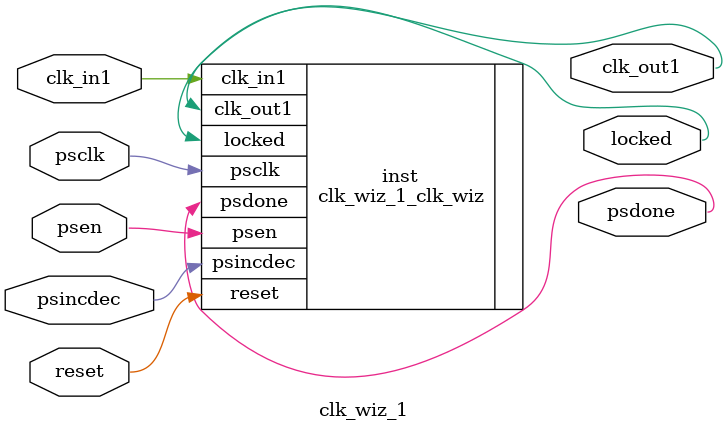
<source format=v>


`timescale 1ps/1ps

(* CORE_GENERATION_INFO = "clk_wiz_1,clk_wiz_v6_0_3_0_0,{component_name=clk_wiz_1,use_phase_alignment=true,use_min_o_jitter=false,use_max_i_jitter=false,use_dyn_phase_shift=true,use_inclk_switchover=false,use_dyn_reconfig=false,enable_axi=0,feedback_source=FDBK_AUTO,PRIMITIVE=MMCM,num_out_clk=1,clkin1_period=100.000,clkin2_period=10.0,use_power_down=false,use_reset=true,use_locked=true,use_inclk_stopped=false,feedback_type=SINGLE,CLOCK_MGR_TYPE=NA,manual_override=false}" *)

module clk_wiz_1 
 (
  // Clock out ports
  output        clk_out1,
  // Dynamic phase shift ports
  input         psclk,
  input         psen,
  input         psincdec,
  output        psdone,
  // Status and control signals
  input         reset,
  output        locked,
 // Clock in ports
  input         clk_in1
 );

  clk_wiz_1_clk_wiz inst
  (
  // Clock out ports  
  .clk_out1(clk_out1),
  // Dynamic phase shift ports                
  .psclk(psclk),
  .psen(psen),
  .psincdec(psincdec),
  .psdone(psdone),
  // Status and control signals               
  .reset(reset), 
  .locked(locked),
 // Clock in ports
  .clk_in1(clk_in1)
  );

endmodule

</source>
